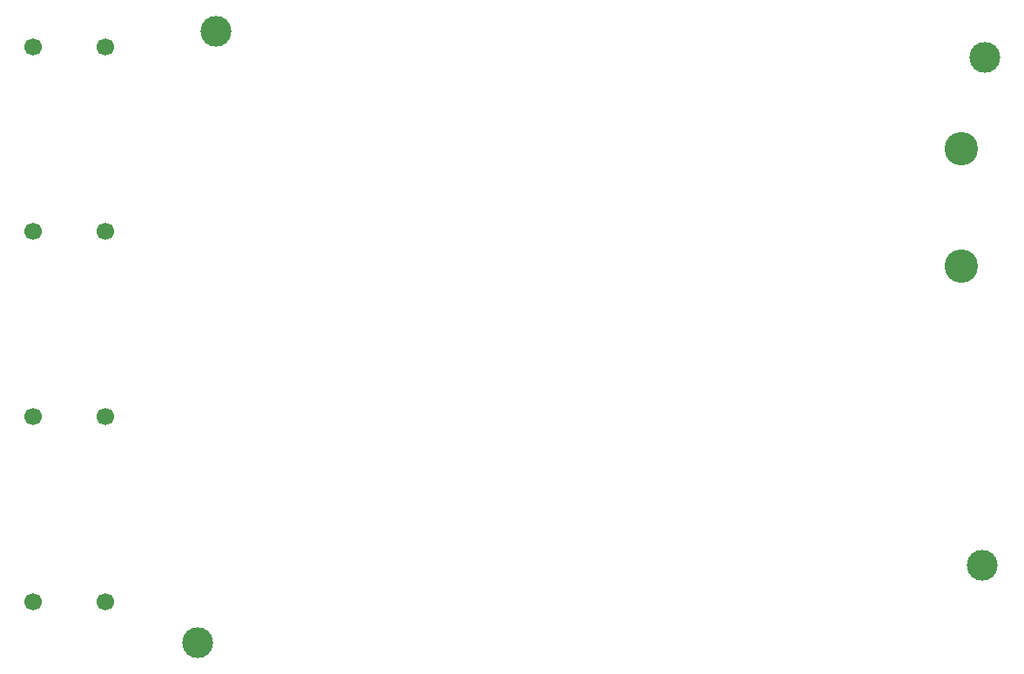
<source format=gbr>
%TF.GenerationSoftware,KiCad,Pcbnew,(6.0.9)*%
%TF.CreationDate,2022-11-15T16:18:34-06:00*%
%TF.ProjectId,IR2IP,49523249-502e-46b6-9963-61645f706362,rev?*%
%TF.SameCoordinates,PX55fe290PY8062360*%
%TF.FileFunction,NonPlated,1,4,NPTH,Drill*%
%TF.FilePolarity,Positive*%
%FSLAX46Y46*%
G04 Gerber Fmt 4.6, Leading zero omitted, Abs format (unit mm)*
G04 Created by KiCad (PCBNEW (6.0.9)) date 2022-11-15 16:18:34*
%MOMM*%
%LPD*%
G01*
G04 APERTURE LIST*
%TA.AperFunction,ComponentDrill*%
%ADD10C,1.700000*%
%TD*%
%TA.AperFunction,ComponentDrill*%
%ADD11C,3.000000*%
%TD*%
%TA.AperFunction,ComponentDrill*%
%ADD12C,3.250000*%
%TD*%
G04 APERTURE END LIST*
D10*
%TO.C,J3*%
X3500000Y62000000D03*
%TO.C,J4*%
X3500000Y44000000D03*
%TO.C,J5*%
X3500000Y26000000D03*
%TO.C,J6*%
X3500000Y8000000D03*
%TO.C,J3*%
X10500000Y62000000D03*
%TO.C,J4*%
X10500000Y44000000D03*
%TO.C,J5*%
X10500000Y26000000D03*
%TO.C,J6*%
X10500000Y8000000D03*
D11*
%TO.C,REF\u002A\u002A*%
X19500000Y4000000D03*
X21250000Y63500000D03*
X95750000Y11500000D03*
X96000000Y61000000D03*
D12*
%TO.C,J1*%
X93720000Y52045000D03*
X93720000Y40615000D03*
M02*

</source>
